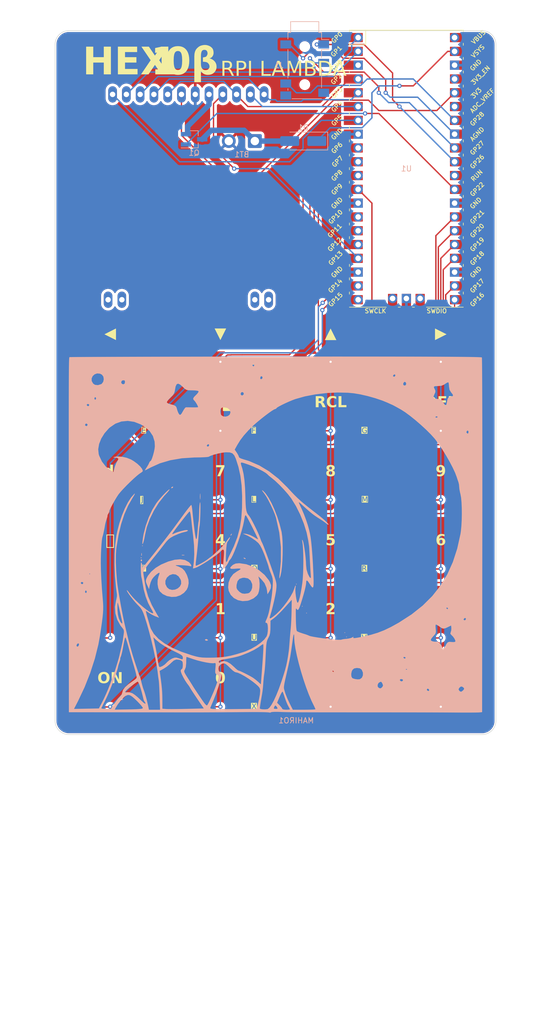
<source format=kicad_pcb>
(kicad_pcb (version 20221018) (generator pcbnew)
  (layers (0 "F.Cu" signal) (31 "B.Cu" signal) (34 "B.Paste" user) (35 "F.Paste" user) (36 "B.SilkS" user "B.Silkscreen") (37 "F.SilkS" user "F.Silkscreen") (38 "B.Mask" user) (39 "F.Mask" user) (44 "Edge.Cuts" user))
  (net 0 "")
  (net 1 "Net-(BT1-+)")
  (net 2 "GND")
  (net 3 "Net-(U1-GPIO0)")
  (net 4 "Net-(U1-GPIO1)")
  (net 6 "Net-(U1-GPIO5)")
  (net 10 "Net-(Q1-G)")
  (net 11 "/mosi")
  (net 12 "/miso")
  (net 14 "Net-(Q1-S)")
  (net 15 "Net-(U1-GPIO26_ADC0)")
  (net 16 "Net-(U1-GPIO27_ADC1)")
  (net 17 "Net-(U1-AGND)")
  (net 19 "+3V3")
  (net 24 "/col1")
  (net 25 "Net-(U1-GPIO16)")
  (net 26 "Net-(U1-GPIO18)")
  (net 27 "Net-(U1-GPIO17)")
  (net 28 "/col2")
  (net 29 "Net-(U1-GPIO20)")
  (net 30 "Net-(U1-GPIO19)")
  (net 31 "/col3")
  (net 32 "/col4")
  (net 33 "Net-(U1-GPIO21)")
  (net 34 "Net-(U1-GPIO28_ADC2)")
  (net 35 "Net-(D1-K)")
  (net 36 "Net-(U1-GPIO14)")
  (net 37 "Net-(U1-GPIO15)")
  (net 38 "/clk")
  (net 41 "Net-(U1-GPIO13)")
  (footprint "Library:tactile_switch_6x6x5" (layer "F.Cu") (at 132.08 129.58)
    (fp_text reference "SW20" hide)
    (fp_text value "SW_Push_45deg")
  )
  (footprint "Library:tactile_switch_6x6x5" (layer "F.Cu") (at 111.76 129.58)
    (fp_text reference "SW14" hide)
    (fp_text value "SW_Push_45deg")
  )
  (footprint "Library:tactile_switch_6x6x5" (layer "F.Cu") (at 132.08 142.28)
    (fp_text reference "SW21" hide)
    (fp_text value "SW_Push_45deg")
  )
  (footprint "Library:LCD_nopost" (layer "F.Cu") (at 85.53 86.51)
    (fp_text reference "U2" hide)
    (fp_text value "~")
  )
  (footprint "Library:tactile_switch_6x6x5" (layer "F.Cu") (at 91.44 180.38)
    (fp_text reference "SW12" hide)
    (fp_text value "SW_Push_45deg")
  )
  (footprint "Library:tactile_switch_6x6x5" (layer "F.Cu") (at 71.12 180.38)
    (fp_text reference "SW6" hide)
    (fp_text value "SW_Push_45deg")
  )
  (footprint "MCU_RaspberryPi_and_Boards:RPi_Pico_SMD_TH" (layer "F.Cu") (at 125.73 81.28)
    (fp_text reference "U1")
    (fp_text value "Pico")
  )
  (footprint "Connector_Wire:SolderWire-0.75sqmm_1x02_P4.8mm_D1.25mm_OD2.3mm" (layer "F.Cu") (at 97.79 76.2 180)
    (fp_text reference "BT1")
    (fp_text value "Battery")
  )
  (footprint "Library:tactile_switch_6x6x5" (layer "F.Cu") (at 71.12 142.28)
    (fp_text reference "SW3" hide)
    (fp_text value "SW_Push_45deg")
  )
  (footprint "Library:tactile_switch_6x6x5" (layer "F.Cu") (at 91.44 129.58)
    (fp_text reference "SW8" hide)
    (fp_text value "SW_Push_45deg")
  )
  (footprint "Library:tactile_switch_6x6x5" (layer "F.Cu") (at 91.44 154.98)
    (fp_text reference "SW10" hide)
    (fp_text value "SW_Push_45deg")
  )
  (footprint "Library:tactile_switch_6x6x5" (layer "F.Cu") (at 132.08 167.68)
    (fp_text reference "SW23" hide)
    (fp_text value "SW_Push_45deg")
  )
  (footprint "Library:tactile_switch_6x6x5" (layer "F.Cu") (at 91.44 167.68)
    (fp_text reference "SW11" hide)
    (fp_text value "SW_Push_45deg")
  )
  (footprint "Library:tactile_switch_6x6x5" (layer "F.Cu") (at 111.76 167.68)
    (fp_text reference "SW17" hide)
    (fp_text value "SW_Push_45deg")
  )
  (footprint "Library:tactile_switch_6x6x5" (layer "F.Cu") (at 71.12 129.58)
    (fp_text reference "SW2" hide)
    (fp_text value "SW_Push_45deg")
  )
  (footprint "Library:tactile_switch_6x6x5" (layer "F.Cu") (at 91.44 116.88)
    (fp_text reference "SW7" hide)
    (fp_text value "SW_Push_45deg")
  )
  (footprint "Library:tactile_switch_6x6x5" (layer "F.Cu") (at 111.76 180.38)
    (fp_text reference "SW18" hide)
    (fp_text value "SW_Push_45deg")
  )
  (footprint "Library:tactile_switch_6x6x5" (layer "F.Cu") (at 132.08 154.98)
    (fp_text reference "SW22" hide)
    (fp_text value "SW_Push_45deg")
  )
  (footprint "Library:tactile_switch_6x6x5" (layer "F.Cu") (at 132.08 180.38)
    (fp_text reference "SW24" hide)
    (fp_text value "SW_Push_45deg")
  )
  (footprint "Library:tactile_switch_6x6x5" (layer "F.Cu") (at 111.76 116.88)
    (fp_text reference "SW13" hide)
    (fp_text value "SW_Push_45deg")
  )
  (footprint "Library:tactile_switch_6x6x5" (layer "F.Cu") (at 91.44 142.28)
    (fp_text reference "SW9" hide)
    (fp_text value "SW_Push_45deg")
  )
  (footprint "Library:tactile_switch_6x6x5" (layer "F.Cu") (at 132.08 116.88)
    (fp_text reference "SW19" hide)
    (fp_text value "SW_Push_45deg")
  )
  (footprint "Library:tactile_switch_6x6x5" (layer "F.Cu") (at 71.12 167.68)
    (fp_text reference "SW5" hide)
    (fp_text value "SW_Push_45deg")
  )
  (footprint "Library:tactile_switch_6x6x5" (layer "F.Cu") (at 71.12 116.88)
    (fp_text reference "SW1" hide)
    (fp_text value "SW_Push_45deg")
  )
  (footprint "Library:tactile_switch_6x6x5" (layer "F.Cu") (at 111.76 154.98)
    (fp_text reference "SW16" hide)
    (fp_text value "SW_Push_45deg")
  )
  (footprint "Library:tactile_switch_6x6x5" (layer "F.Cu") (at 71.12 154.98)
    (fp_text reference "SW4" hide)
    (fp_text value "SW_Push_45deg")
  )
  (footprint "Library:tactile_switch_6x6x5" (layer "F.Cu") (at 111.76 142.28)
    (fp_text reference "SW15" hide)
    (fp_text value "SW_Push_45deg")
  )
  (footprint "Connector_Audio:Jack_3.5mm_PJ311_Horizontal" (layer "B.Cu") (at 106.99 63.11 180)
    (fp_text reference "J1")
    (fp_text value "AudioJack4_SwitchTR1")
  )
  (footprint "Package_TO_SOT_SMD:SOT-23_Handsoldering" (layer "B.Cu") (at 86.59 75.88)
    (fp_text reference "Q1")
    (fp_text value "AO3400")
  )
  (footprint "LOGO" (layer "B.Cu") (at 101.6 148.59 180)
    (fp_text reference "G***" hide)
    (fp_text value "LOGO" hide)
  )
  (footprint "Diode_SMD:D_SMA_Handsoldering" (layer "B.Cu") (at 106.72 76.2 180)
    (fp_text reference "D1")
    (fp_text value "D_Schottky")
  )
  (gr_line (start 63.5 55.88) (end 139.7 55.88) (stroke (width 0.1)) (layer "Edge.Cuts"))
  (gr_arc (start 142.24 182.92) (mid 141.496051 184.716051) (end 139.7 185.46) (stroke (width 0.1)) (layer "Edge.Cuts"))
  (gr_line (start 139.7 185.46) (end 63.5 185.46) (stroke (width 0.1)) (layer "Edge.Cuts"))
  (gr_line (start 142.24 58.42) (end 142.24 182.92) (stroke (width 0.1)) (layer "Edge.Cuts"))
  (gr_line (start 60.96 182.92) (end 60.96 58.42) (stroke (width 0.1)) (layer "Edge.Cuts"))
  (gr_arc (start 139.7 55.88) (mid 141.496051 56.623949) (end 142.24 58.42) (stroke (width 0.1)) (layer "Edge.Cuts"))
  (gr_arc (start 63.5 185.46) (mid 61.703949 184.716051) (end 60.96 182.92) (stroke (width 0.1)) (layer "Edge.Cuts"))
  (gr_arc (start 60.96 58.42) (mid 61.703949 56.623949) (end 63.5 55.88) (stroke (width 0.1)) (layer "Edge.Cuts"))
  (gr_text "MAHIRO1" (at 105.41 182.88) (layer "B.SilkS") (effects (font (size 1 1)) (justify mirror)))
  (gr_text "HEX" (at 66.04 64.77) (layer "F.SilkS") (effects (font (size 5 5) (thickness 1) bold) (justify left bottom)))
  (gr_text "Y" (at 117.475 180.34) (layer "F.SilkS" knockout) (effects (font (size 1 1) (thickness 0.125)) (justify left)))
  (gr_text "T" (at 137.795 154.94) (layer "F.SilkS" knockout) (effects (font (size 1 1) (thickness 0.125)) (justify left)))
  (gr_text "F\n" (at 97.155 129.54) (layer "F.SilkS" knockout) (effects (font (size 1 1) (thickness 0.125)) (justify left)))
  (gr_text "E\n" (at 76.835 129.54) (layer "F.SilkS" knockout) (effects (font (size 1 1) (thickness 0.125)) (justify left)))
  (gr_text "M" (at 117.475 142.24) (layer "F.SilkS" knockout) (effects (font (size 1 1) (thickness 0.125)) (justify left)))
  (gr_text "◀" (at 71.12 112.84) (layer "F.SilkS") (effects (font (size 2 2) (thickness 0.4) bold) (justify bottom)))
  (gr_text "J" (at 76.835 142.24) (layer "F.SilkS" knockout) (effects (font (size 1 1) (thickness 0.125)) (justify left)))
  (gr_text "8" (at 111.76 138.24) (layer "F.SilkS") (effects (font (size 2 2) (thickness 0.4) bold) (justify bottom)))
  (gr_text "redux" (at 71.12 138.24) (layer "F.SilkS") (effects (font (size 2 2) (thickness 0.4) bold) (justify bottom)))
  (gr_text "ON\n" (at 71.12 176.34) (layer "F.SilkS") (effects (font (size 2 2) (thickness 0.4) bold) (justify bottom)))
  (gr_text "1" (at 91.44 163.64) (layer "F.SilkS") (effects (font (size 2 2) (thickness 0.4) bold) (justify bottom)))
  (gr_text "𝛌" (at 71.12 150.94) (layer "F.SilkS") (effects (font (size 2 2) (thickness 0.4) bold) (justify bottom)))
  (gr_text "H" (at 137.795 129.54) (layer "F.SilkS" knockout) (effects (font (size 1 1) (thickness 0.125)) (justify left)))
  (gr_text "DEL" (at 132.08 125.54) (layer "F.SilkS") (effects (font (size 2 2) (thickness 0.4) bold) (justify bottom)))
  (gr_text " 0β" (at 78.74 64.77) (layer "F.SilkS") (effects (font (size 5 5) (thickness 1) bold italic) (justify left bottom)))
  (gr_text "2\n" (at 111.76 163.64) (layer "F.SilkS") (effects (font (size 2 2) (thickness 0.4) bold) (justify bottom)))
  (gr_text "beta" (at 132.08 176.34) (layer "F.SilkS") (effects (font (size 2 2) (thickness 0.4) bold) (justify bottom)))
  (gr_text "L" (at 97.155 142.24) (layer "F.SilkS" knockout) (effects (font (size 1 1) (thickness 0.125)) (justify left)))
  (gr_text "R" (at 117.475 154.94) (layer "F.SilkS" knockout) (effects (font (size 1 1) (thickness 0.125)) (justify left)))
  (gr_text "N" (at 137.795 142.24) (layer "F.SilkS" knockout) (effects (font (size 1 1) (thickness 0.125)) (justify left)))
  (gr_text "RCL\n" (at 111.76 125.54) (layer "F.SilkS") (effects (font (size 2 2) (thickness 0.4) bold) (justify bottom)))
  (gr_text "B" (at 97.155 116.84) (layer "F.SilkS" knockout) (effects (font (size 1 1) (thickness 0.125)) (justify left)))
  (gr_text "0" (at 91.44 176.34) (layer "F.SilkS") (effects (font (size 2 2) (thickness 0.4) bold) (justify bottom)))
  (gr_text "C\n" (at 117.475 116.84) (layer "F.SilkS" knockout) (effects (font (size 1 1) (thickness 0.125)) (justify left)))
  (gr_text "W" (at 137.795 167.64) (layer "F.SilkS" knockout) (effects (font (size 1 1) (thickness 0.125)) (justify left)))
  (gr_text "V" (at 117.475 167.64) (layer "F.SilkS" knockout) (effects (font (size 1 1) (thickness 0.125)) (justify left)))
  (gr_text "▶" (at 132.08 112.84) (layer "F.SilkS") (effects (font (size 2 2) (thickness 0.4) bold) (justify bottom)))
  (gr_text "R/S" (at 71.12 125.73) (layer "F.SilkS") (effects (font (size 2 2) (thickness 0.4) bold) (justify bottom)))
  (gr_text "▼" (at 91.44 112.84) (layer "F.SilkS") (effects (font (size 2 2) (thickness 0.4) bold) (justify bottom)))
  (gr_text "4" (at 91.44 150.94) (layer "F.SilkS") (effects (font (size 2 2) (thickness 0.4) bold) (justify bottom)))
  (gr_text "Q" (at 97.155 154.94) (layer "F.SilkS" knockout) (effects (font (size 1 1) (thickness 0.125)) (justify left)))
  (gr_text "6" (at 132.08 150.94) (layer "F.SilkS") (effects (font (size 2 2) (thickness 0.4) bold) (justify bottom)))
  (gr_text "X" (at 97.155 180.34) (layer "F.SilkS" knockout) (effects (font (size 1 1) (thickness 0.125)) (justify left)))
  (gr_text "P" (at 76.835 154.94) (layer "F.SilkS" knockout) (effects (font (size 1 1) (thickness 0.125)) (justify left)))
  (gr_text "▲" (at 111.76 112.84) (layer "F.SilkS") (effects (font (size 2 2) (thickness 0.4) bold) (justify bottom)))
  (gr_text "3" (at 132.08 163.64) (layer "F.SilkS") (effects (font (size 2 2) (thickness 0.4) bold) (justify bottom)))
  (gr_text "RPI LAMBDA" (at 91.44 64.643) (layer "F.SilkS") (effects (font (size 2.7 2.7) (thickness 0.3125) italic) (justify left bottom)))
  (gr_text "1" (at 78.613 64.77) (layer "F.SilkS") (effects (font (size 5 5) (thickness 1) bold italic) (justify left bottom)))
  (gr_text "➓" (at 111.76 176.34) (layer "F.SilkS") (effects (font (size 2 2) (thickness 0.4) bold) (justify bottom)))
  (gr_text "5" (at 111.76 150.94) (layer "F.SilkS") (effects (font (size 2 2) (thickness 0.4) bold) (justify bottom)))
  (gr_text "U" (at 97.155 167.64) (layer "F.SilkS" knockout) (effects (font (size 1 1) (thickness 0.125)) (justify left)))
  (gr_text "(▒ █)" (at 91.44 125.54) (layer "F.SilkS") (effects (font (size 2 2) (thickness 0.4) bold) (justify bottom)))
  (gr_text "9" (at 132.08 138.24) (layer "F.SilkS") (effects (font (size 2 2) (thickness 0.4) bold) (justify bottom)))
  (gr_text "Z" (at 137.795 180.34) (layer "F.SilkS" knockout) (effects (font (size 1 1) (thickness 0.125)) (justify left)))
  (gr_text "7" (at 91.44 138.24) (layer "F.SilkS") (effects (font (size 2 2) (thickness 0.4) bold) (justify bottom)))
  (gr_text "G" (at 117.475 129.54) (layer "F.SilkS" knockout) (effects (font (size 1 1) (thickness 0.125)) (justify left)))
  (gr_text "A" (at 76.835 116.84) (layer "F.SilkS" knockout) (effects (font (size 1 1) (thickness 0.125)) (justify left)))
  (gr_text "D\n" (at 137.795 116.84) (layer "F.SilkS" knockout) (effects (font (size 1 1) (thickness 0.125)) (justify left)))
  (segment (start 95.8118 74.2218) (end 97.79 76.2) (width 1) (layer "B.Cu") (net 1))
  (segment (start 88.09 75.88) (end 89.7482 74.2218) (width 1) (layer "B.Cu") (net 1))
  (segment (start 89.7482 74.2218) (end 95.8118 74.2218) (width 1) (layer "B.Cu") (net 1))
  (segment (start 97.79 76.2) (end 104.22 76.2) (width 1) (layer "B.Cu") (net 1))
  (segment (start 74.1 67.61) (end 78.21 63.5) (width 0.25) (layer "B.Cu") (net 3))
  (segment (start 115.6618 59.5982) (end 115.6618 58.3282) (width 0.25) (layer "B.Cu") (net 3))
  (segment (start 115.6618 58.3282) (end 116.84 57.15) (width 0.25) (layer "B.Cu") (net 3))
  (segment (start 78.21 63.5) (end 111.76 63.5) (width 0.25) (layer "B.Cu") (net 3))
  (segment (start 111.76 63.5) (end 115.6618 59.5982) (width 0.25) (layer "B.Cu") (net 3))
  (segment (start 76.64 67.61) (end 79.9332 64.3168) (width 0.25) (layer "B.Cu") (net 4))
  (segment (start 79.9332 64.3168) (end 112.2132 64.3168) (width 0.25) (layer "B.Cu") (net 4))
  (segment (start 112.2132 64.3168) (end 116.84 59.69) (width 0.25) (layer "B.Cu") (net 4))
  (segment (start 110.062302 72.39) (end 116.84 72.39) (width 0.25) (layer "B.Cu") (net 6))
  (segment (start 83.96 80.01) (end 104.221298 80.01) (width 0.25) (layer "B.Cu") (net 6))
  (segment (start 106.68 77.551298) (end 106.68 75.772302) (width 0.25) (layer "B.Cu") (net 6))
  (segment (start 106.68 75.772302) (end 110.062302 72.39) (width 0.25) (layer "B.Cu") (net 6))
  (segment (start 71.56 67.61) (end 83.96 80.01) (width 0.25) (layer "B.Cu") (net 6))
  (segment (start 104.221298 80.01) (end 106.68 77.551298) (width 0.25) (layer "B.Cu") (net 6))
  (segment (start 120.650136 71.120136) (end 134.62 85.09) (width 0.25) (layer "F.Cu") (net 10))
  (segment (start 118.122393 71.120136) (end 120.650136 71.120136) (width 0.25) (layer "F.Cu") (net 10))
  (via (at 118.122393 71.120136) (size 0.8) (drill 0.4) (layers "F.Cu" "B.Cu") (net 10))
  (segment (start 90.8 71.12) (end 85.09 76.83) (width 0.25) (layer "B.Cu") (net 10))
  (segment (start 118.122393 71.120136) (end 118.122257 71.12) (width 0.25) (layer "B.Cu") (net 10))
  (segment (start 118.122257 71.12) (end 90.8 71.12) (width 0.25) (layer "B.Cu") (net 10))
  (segment (start 82.02 64.77) (end 96.66 64.77) (width 0.25) (layer "B.Cu") (net 11))
  (segment (start 101.6 68.58) (end 101.9082 68.8882) (width 0.25) (layer "B.Cu") (net 11))
  (segment (start 115.57 68.58) (end 116.84 67.31) (width 0.25) (layer "B.Cu") (net 11))
  (segment (start 99.5 67.61) (end 100.47 68.58) (width 0.25) (layer "B.Cu") (net 11))
  (segment (start 100.47 68.58) (end 101.6 68.58) (width 0.25) (layer "B.Cu") (net 11))
  (segment (start 106.68 68.58) (end 115.57 68.58) (width 0.25) (layer "B.Cu") (net 11))
  (segment (start 106.3718 68.8882) (end 106.68 68.58) (width 0.25) (layer "B.Cu") (net 11))
  (segment (start 101.9082 68.8882) (end 106.3718 68.8882) (width 0.25) (layer "B.Cu") (net 11))
  (segment (start 96.66 64.77) (end 99.5 67.61) (width 0.25) (layer "B.Cu") (net 11))
  (segment (start 79.18 67.61) (end 82.02 64.77) (width 0.25) (layer "B.Cu") (net 11))
  (segment (start 99.2 69.85) (end 116.84 69.85) (width 0.25) (layer "B.Cu") (net 12))
  (segment (start 96.96 67.61) (end 99.2 69.85) (width 0.25) (layer "B.Cu") (net 12))
  (segment (start 89.34 69.534) (end 89.34 68.4382) (width 1) (layer "B.Cu") (net 14))
  (segment (start 85.409 73.465) (end 89.34 69.534) (width 1) (layer "B.Cu") (net 14))
  (segment (start 85.409 74.88) (end 85.409 73.465) (width 1) (layer "B.Cu") (net 14))
  (segment (start 123.19 68.58) (end 123.19 63.6836) (width 0.25) (layer "F.Cu") (net 15))
  (segment (start 123.19 63.6836) (end 117.9264 58.42) (width 0.25) (layer "F.Cu") (net 15))
  (segment (start 124.46 69.85) (end 123.19 68.58) (width 0.25) (layer "F.Cu") (net 15))
  (segment (start 117.9264 58.42) (end 109.22 58.42) (width 0.25) (layer "F.Cu") (net 15))
  (via (at 109.22 58.42) (size 0.8) (drill 0.4) (layers "F.Cu" "B.Cu") (net 15))
  (via (at 124.46 69.85) (size 0.8) (drill 0.4) (layers "F.Cu" "B.Cu") (net 15))
  (segment (start 109.23 58.41) (end 109.22 58.42) (width 0.25) (layer "B.Cu") (net 15))
  (segment (start 110.49 58.41) (end 109.23 58.41) (width 0.25) (layer "B.Cu") (net 15))
  (segment (start 124.46 69.85) (end 134.62 80.01) (width 0.25) (layer "B.Cu") (net 15))
  (segment (start 110.49 63.5) (end 107.95 60.96) (width 0.25) (layer "F.Cu") (net 16))
  (segment (start 117.9264 63.5) (end 110.49 63.5) (width 0.25) (layer "F.Cu") (net 16))
  (segment (start 120.65 67.31) (end 120.65 66.2236) (width 0.25) (layer "F.Cu") (net 16))
  (segment (start 120.65 66.2236) (end 117.9264 63.5) (width 0.25) (layer "F.Cu") (net 16))
  (via (at 107.95 60.96) (size 0.8) (drill 0.4) (layers "F.Cu" "B.Cu") (net 16))
  (via (at 120.65 67.31) (size 0.8) (drill 0.4) (layers "F.Cu" "B.Cu") (net 16))
  (segment (start 120.65 67.31) (end 122.4618 69.1218) (width 0.25) (layer "B.Cu") (net 16))
  (segment (start 126.2718 69.1218) (end 134.62 77.47) (width 0.25) (layer "B.Cu") (net 16))
  (segment (start 110.49 61.81) (end 108.8 61.81) (width 0.25) (layer "B.Cu") (net 16))
  (segment (start 108.8 61.81) (end 107.95 60.96) (width 0.25) (layer "B.Cu") (net 16))
  (segment (start 122.4618 69.1218) (end 126.2718 69.1218) (width 0.25) (layer "B.Cu") (net 16))
  (segment (start 121.92 67.31) (end 121.92 64.9536) (width 0.25) (layer "F.Cu") (net 17))
  (segment (start 107.705 59.935) (end 106.68 60.96) (width 0.25) (layer "F.Cu") (net 17))
  (segment (start 117.9264 60.96) (end 114.055 60.96) (width 0.25) (layer "F.Cu") (net 17))
  (segment (start 114.055 60.96) (end 113.03 59.935) (width 0.25) (layer "F.Cu") (net 17))
  (segment (start 113.03 59.935) (end 107.705 59.935) (width 0.25) (layer "F.Cu") (net 17))
  (segment (start 121.92 64.9536) (end 117.9264 60.96) (width 0.25) (layer "F.Cu") (net 17))
  (via (at 106.68 60.96) (size 0.8) (drill 0.4) (layers "F.Cu" "B.Cu") (net 17))
  (via (at 121.92 67.31) (size 0.8) (drill 0.4) (layers "F.Cu" "B.Cu") (net 17))
  (segment (start 106.68 60.96) (end 104.13 58.41) (width 0.25) (layer "B.Cu") (net 17))
  (segment (start 121.92 67.31) (end 122.7368 68.1268) (width 0.25) (layer "B.Cu") (net 17))
  (segment (start 127.8168 68.1268) (end 134.62 74.93) (width 0.25) (layer "B.Cu") (net 17))
  (segment (start 122.7368 68.1268) (end 127.8168 68.1268) (width 0.25) (layer "B.Cu") (net 17))
  (segment (start 118.745 68.6718) (end 112.3032 68.6718) (width 0.25) (layer "F.Cu") (net 19))
  (segment (start 112.3032 68.6718) (end 97.79 83.185) (width 0.25) (layer "F.Cu") (net 19))
  (segment (start 92.315169 83.185) (end 84.26 75.129831) (width 0.25) (layer "F.Cu") (net 19))
  (segment (start 120.6514 70.5782) (end 118.745 68.6718) (width 0.25) (layer "F.Cu") (net 19))
  (segment (start 97.79 83.185) (end 92.315169 83.185) (width 0.25) (layer "F.Cu") (net 19))
  (segment (start 134.62 67.31) (end 131.3518 70.5782) (width 0.25) (layer "F.Cu") (net 19))
  (segment (start 131.3518 70.5782) (end 120.6514 70.5782) (width 0.25) (layer "F.Cu") (net 19))
  (segment (start 84.26 75.129831) (end 84.26 67.61) (width 0.25) (layer "F.Cu") (net 19))
  (segment (start 68.12 142.28) (end 68.12 129.58) (width 0.25) (layer "F.Cu") (net 24))
  (segment (start 68.12 129.58) (end 68.12 116.88) (width 0.25) (layer "F.Cu") (net 24))
  (segment (start 103.895516 114.3) (end 106.68 111.515516) (width 0.25) (layer "F.Cu") (net 24))
  (segment (start 68.12 154.98) (end 68.12 142.28) (width 0.25) (layer "F.Cu") (net 24))
  (segment (start 70.7 114.3) (end 103.895516 114.3) (width 0.25) (layer "F.Cu") (net 24))
  (segment (start 106.68 111.515516) (end 106.68 86.0136) (width 0.25) (layer "F.Cu") (net 24))
  (segment (start 68.12 116.88) (end 70.7 114.3) (width 0.25) (layer "F.Cu") (net 24))
  (segment (start 106.68 86.0136) (end 115.2236 77.47) (width 0.25) (layer "F.Cu") (net 24))
  (segment (start 132.58 182.88) (end 117.26 182.88) (width 0.25) (layer "F.Cu") (net 25))
  (segment (start 134.62 107.938156) (end 134.62 105.41) (width 0.25) (layer "F.Cu") (net 25))
  (segment (start 117.26 182.88) (end 114.76 180.38) (width 0.25) (layer "F.Cu") (net 25))
  (segment (start 135.08 180.38) (end 132.58 182.88) (width 0.25) (layer "F.Cu") (net 25))
  (segment (start 139.7 175.76) (end 139.7 113.018156) (width 0.25) (layer "F.Cu") (net 25))
  (segment (start 139.7 113.018156) (end 134.62 107.938156) (width 0.25) (layer "F.Cu") (net 25))
  (segment (start 135.08 180.38) (end 139.7 175.76) (width 0.25) (layer "F.Cu") (net 25))
  (segment (start 114.76 180.38) (end 112.26 182.88) (width 0.25) (layer "F.Cu") (net 25))
  (segment (start 96.94 182.88) (end 94.44 180.38) (width 0.25) (layer "F.Cu") (net 25))
  (segment (start 112.26 182.88) (end 96.94 182.88) (width 0.25) (layer "F.Cu") (net 25))
  (segment (start 94.44 154.98) (end 91.94 157.48) (width 0.25) (layer "F.Cu") (net 26))
  (segment (start 138.7936 113.3936) (end 132.5332 107.1332) (width 0.25) (layer "F.Cu") (net 26))
  (segment (start 138.7936 151.2664) (end 138.7936 113.3936) (width 0.25) (layer "F.Cu") (net 26))
  (segment (start 132.5332 99.8768) (end 134.62 97.79) (width 0.25) (layer "F.Cu") (net 26))
  (segment (start 132.58 157.48) (end 117.26 157.48) (width 0.25) (layer "F.Cu") (net 26))
  (segment (start 76.62 157.48) (end 74.12 154.98) (width 0.25) (layer "F.Cu") (net 26))
  (segment (start 132.5332 107.1332) (end 132.5332 99.8768) (width 0.25) (layer "F.Cu") (net 26))
  (segment (start 117.26 157.48) (end 114.76 154.98) (width 0.25) (layer "F.Cu") (net 26))
  (segment (start 96.52 157.48) (end 112.26 157.48) (width 0.25) (layer "F.Cu") (net 26))
  (segment (start 135.08 154.98) (end 132.58 157.48) (width 0.25) (layer "F.Cu") (net 26))
  (segment (start 112.26 157.48) (end 114.76 154.98) (width 0.25) (layer "F.Cu") (net 26))
  (segment (start 135.08 154.98) (end 138.7936 151.2664) (width 0.25) (layer "F.Cu") (net 26))
  (segment (start 91.94 157.48) (end 76.62 157.48) (width 0.25) (layer "F.Cu") (net 26))
  (segment (start 94.44 155.4) (end 96.52 157.48) (width 0.25) (layer "F.Cu") (net 26))
  (segment (start 114.76 168.1) (end 116.84 170.18) (width 0.25) (layer "F.Cu") (net 27))
  (segment (start 132.9864 104.5036) (end 132.9864 106.945478) (width 0.25) (layer "F.Cu") (net 27))
  (segment (start 132.58 170.18) (end 135.08 167.68) (width 0.25) (layer "F.Cu") (net 27))
  (segment (start 96.94 170.18) (end 112.26 170.18) (width 0.25) (layer "F.Cu") (net 27))
  (segment (start 134.62 102.87) (end 132.9864 104.5036) (width 0.25) (layer "F.Cu") (net 27))
  (segment (start 112.26 170.18) (end 114.76 167.68) (width 0.25) (layer "F.Cu") (net 27))
  (segment (start 139.2468 163.5132) (end 135.08 167.68) (width 0.25) (layer "F.Cu") (net 27))
  (segment (start 139.2468 113.205878) (end 139.2468 163.5132) (width 0.25) (layer "F.Cu") (net 27))
  (segment (start 132.9864 106.945478) (end 139.2468 113.205878) (width 0.25) (layer "F.Cu") (net 27))
  (segment (start 94.44 167.68) (end 96.94 170.18) (width 0.25) (layer "F.Cu") (net 27))
  (segment (start 116.84 170.18) (end 132.58 170.18) (width 0.25) (layer "F.Cu") (net 27))
  (segment (start 91.44 116.84) (end 88.48 116.84) (width 0.25) (layer "F.Cu") (net 28))
  (segment (start 91.44 180.34) (end 88.48 180.34) (width 0.25) (layer "F.Cu") (net 28))
  (segment (start 95.458788 115.5518) (end 95.461459 115.549129) (width 0.25) (layer "F.Cu") (net 28))
  (segment (start 93.403012 115.57) (end 93.421212 115.5518) (width 0.25) (layer "F.Cu") (net 28))
  (segment (start 107.95 111.76) (end 107.95 86.36) (width 0.25) (layer "F.Cu") (net 28))
  (segment (start 91.44 154.94) (end 88.48 154.94) (width 0.25) (layer "F.Cu") (net 28))
  (segment (start 107.95 86.36) (end 114.3 80.01) (width 0.25) (layer "F.Cu") (net 28))
  (segment (start 93.421212 115.5518) (end 95.458788 115.5518) (width 0.25) (layer "F.Cu") (net 28))
  (segment (start 114.3 80.01) (end 116.84 80.01) (width 0.25) (layer "F.Cu") (net 28))
  (segment (start 91.44 129.54) (end 88.48 129.54) (width 0.25) (layer "F.Cu") (net 28))
  (segment (start 91.44 116.84) (end 92.71 115.57) (width 0.25) (layer "F.Cu") (net 28))
  (segment (start 95.461459 115.549129) (end 104.160871 115.549129) (width 0.25) (layer "F.Cu") (net 28))
  (segment (start 91.44 167.64) (end 88.48 167.64) (width 0.25) (layer "F.Cu") (net 28))
  (segment (start 91.44 142.24) (end 88.48 142.24) (width 0.25) (layer "F.Cu") (net 28))
  (segment (start 92.71 115.57) (end 93.403012 115.57) (width 0.25) (layer "F.Cu") (net 28))
  (segment (start 104.160871 115.549129) (end 107.95 111.76) (width 0.25) (layer "F.Cu") (net 28))
  (via (at 91.44 167.64) (size 0.8) (drill 0.4) (layers "F.Cu" "B.Cu") (net 28))
  (via (at 91.44 116.84) (size 0.8) (drill 0.4) (layers "F.Cu" "B.Cu") (net 28))
  (via (at 91.44 180.34) (size 0.8) (drill 0.4) (layers "F.Cu" "B.Cu") (net 28))
  (via (at 91.44 129.54) (size 0.8) (drill 0.4) (layers "F.Cu" "B.Cu") (net 28))
  (via (at 91.44 154.94) (size 0.8) (drill 0.4) (layers "F.Cu" "B.Cu") (net 28))
  (via (at 91.44 142.24) (size 0.8) (drill 0.4) (layers "F.Cu" "B.Cu") (net 28))
  (segment (start 91.44 154.94) (end 91.44 167.64) (width 0.25) (layer "B.Cu") (net 28))
  (segment (start 91.44 142.24) (end 91.44 154.94) (width 0.25) (layer "B.Cu") (net 28))
  (segment (start 91.44 129.54) (end 91.44 142.24) (width 0.25) (layer "B.Cu") (net 28))
  (segment (start 91.44 167.64) (end 91.44 180.34) (width 0.25) (layer "B.Cu") (net 28))
  (segment (start 91.44 116.84) (end 91.44 129.54) (width 0.25) (layer "B.Cu") (net 28))
  (segment (start 112.26 132.08) (end 96.94 132.08) (width 0.25) (layer "F.Cu") (net 29))
  (segment (start 137.8872 113.769044) (end 131.6268 107.508644) (width 0.25) (layer "F.Cu") (net 29))
  (segment (start 114.76 129.58) (end 112.26 132.08) (width 0.25) (layer "F.Cu") (net 29))
  (segment (start 94.44 129.58) (end 91.94 132.08) (width 0.25) (layer "F.Cu") (net 29))
  (segment (start 135.08 129.58) (end 137.8872 126.7728) (width 0.25) (layer "F.Cu") (net 29))
  (segment (start 135.08 129.58) (end 132.58 132.08) (width 0.25) (layer "F.Cu") (net 29))
  (segment (start 117.26 132.08) (end 114.76 129.58) (width 0.25) (layer "F.Cu") (net 29))
  (segment (start 131.6268 95.7032) (end 134.62 92.71) (width 0.25) (layer "F.Cu") (net 29))
  (segment (start 76.62 132.08) (end 74.12 129.58) (width 0.25) (layer "F.Cu") (net 29))
  (segment (start 131.6268 107.508644) (end 131.6268 95.7032) (width 0.25) (layer "F.Cu") (net 29))
  (segment (start 137.8872 126.7728) (end 137.8872 113.769044) (width 0.25) (layer "F.Cu") (net 29))
  (segment (start 96.94 132.08) (end 94.44 129.58) (width 0.25) (layer "F.Cu") (net 29))
  (segment (start 91.94 132.08) (end 76.62 132.08) (width 0.25) (layer "F.Cu") (net 29))
  (segment (start 132.58 132.08) (end 117.26 132.08) (width 0.25) (layer "F.Cu") (net 29))
  (segment (start 138.3404 139.0196) (end 138.3404 113.581322) (width 0.25) (layer "F.Cu") (net 30))
  (segment (start 132.08 97.79) (end 134.62 95.25) (width 0.25) (layer "F.Cu") (net 30))
  (segment (start 138.3404 113.581322) (end 132.08 107.320922) (width 0.25) (layer "F.Cu") (net 30))
  (segment (start 135.08 142.28) (end 138.3404 139.0196) (width 0.25) (layer "F.Cu") (net 30))
  (segment (start 96.94 144.78) (end 94.44 142.28) (width 0.25) (layer "F.Cu") (net 30))
  (segment (start 74.12 142.7) (end 76.2 144.78) (width 0.25) (layer "F.Cu") (net 30))
  (segment (start 112.26 144.78) (end 96.94 144.78) (width 0.25) (layer "F.Cu") (net 30))
  (segment (start 114.76 142.7) (end 116.84 144.78) (width 0.25) (layer "F.Cu") (net 30))
  (segment (start 114.76 142.28) (end 112.26 144.78) (width 0.25) (layer "F.Cu") (net 30))
  (segment (start 132.58 144.78) (end 135.08 142.28) (width 0.25) (layer "F.Cu") (net 30))
  (segment (start 132.08 107.320922) (end 132.08 97.79) (width 0.25) (layer "F.Cu") (net 30))
  (segment (start 91.94 144.78) (end 94.44 142.28) (width 0.25) (layer "F.Cu") (net 30))
  (segment (start 76.2 144.78) (end 91.94 144.78) (width 0.25) (layer "F.Cu") (net 30))
  (segment (start 116.84 144.78) (end 132.58 144.78) (width 0.25) (layer "F.Cu") (net 30))
  (segment (start 113.5784 82.55) (end 116.84 82.55) (width 0.25) (layer "F.Cu") (net 31))
  (segment (start 111.76 129.54) (end 108.8 129.54) (width 0.25) (layer "F.Cu") (net 31))
  (segment (start 111.76 116.84) (end 109.5078 114.5878) (width 0.25) (layer "F.Cu") (net 31))
  (segment (start 109.5078 86.6206) (end 113.5784 82.55) (width 0.25) (layer "F.Cu") (net 31))
  (segment (start 111.76 116.84) (end 108.8 116.84) (width 0.25) (layer "F.Cu") (net 31))
  (segment (start 111.76 167.64) (end 108.8 167.64) (width 0.25) (layer "F.Cu") (net 31))
  (segment (start 108.76 142.28) (end 111.72 142.28) (width 0.25) (layer "F.Cu") (net 31))
  (segment (start 109.5078 114.5878) (end 109.5078 86.6206) (width 0.25) (layer "F.Cu") (net 31))
  (segment (start 111.76 154.94) (end 108.8 154.94) (width 0.25) (layer "F.Cu") (net 31))
  (segment (start 111.76 180.34) (end 108.8 180.34) (width 0.25) (layer "F.Cu") (net 31))
  (segment (start 111.72 142.28) (end 111.76 142.24) (width 0.25) (layer "F.Cu") (net 31))
  (via (at 111.76 116.84) (size 0.8) (drill 0.4) (layers "F.Cu" "B.Cu") (net 31))
  (via (at 111.76 154.94) (size 0.8) (drill 0.4) (layers "F.Cu" "B.Cu") (net 31))
  (via (at 111.76 180.34) (size 0.8) (drill 0.4) (layers "F.Cu" "B.Cu") (net 31))
  (via (at 111.76 142.24) (size 0.8) (drill 0.4) (layers "F.Cu" "B.Cu") (net 31))
  (via (at 111.76 129.54) (size 0.8) (drill 0.4) (layers "F.Cu" "B.Cu") (net 31))
  (via (at 111.76 167.64) (size 0.8) (drill 0.4) (layers "F.Cu" "B.Cu") (net 31))
  (segment (start 111.76 167.64) (end 111.76 180.34) (width 0.25) (layer "B.Cu") (net 31))
  (segment (start 111.76 129.54) (end 111.76 142.24) (width 0.25) (layer "B.Cu") (net 31))
  (segment (start 111.76 142.24) (end 111.76 154.94) (width 0.25) (layer "B.Cu") (net 31))
  (segment (start 111.76 116.84) (end 111.76 129.54) (width 0.25) (layer "B.Cu") (net 31))
  (segment (start 111.76 154.94) (end 111.76 167.64) (width 0.25) (layer "B.Cu") (net 31))
  (segment (start 132.04 154.98) (end 129.08 154.98) (width 0.25) (layer "F.Cu") (net 32))
  (segment (start 129.08 116.88) (end 119.38 107.18) (width 0.25) (layer "F.Cu") (net 32))
  (segment (start 132.08 167.64) (end 132.04 167.68) (width 0.25) (layer "F.Cu") (net 32))
  (segment (start 132.04 180.38) (end 129.08 180.38) (width 0.25) (layer "F.Cu") (net 32))
  (segment (start 119.38 87.63) (end 116.84 85.09) (width 0.25) (layer "F.Cu") (net 32))
  (segment (start 132.08 154.94) (end 132.04 154.98) (width 0.25) (layer "F.Cu") (net 32))
  (segment (start 132.08 129.54) (end 132.04 129.58) (width 0.25) (layer "F.Cu") (net 32))
  (segment (start 132.04 142.28) (end 129.08 142.28) (width 0.25) (layer "F.Cu") (net 32))
  (segment (start 132.08 116.84) (end 132.04 116.88) (width 0.25) (layer "F.Cu") (net 32))
  (segment (start 132.04 167.68) (end 129.08 167.68) (width 0.25) (layer "F.Cu") (net 32))
  (segment (start 132.08 142.24) (end 132.04 142.28) (width 0.25) (layer "F.Cu") (net 32))
  (segment (start 132.04 116.88) (end 129.08 116.88) (width 0.25) (layer "F.Cu") (net 32))
  (segment (start 119.38 107.18) (end 119.38 87.63) (width 0.25) (layer "F.Cu") (net 32))
  (segment (start 132.08 180.34) (end 132.04 180.38) (width 0.25) (layer "F.Cu") (net 32))
  (segment (start 132.04 129.58) (end 129.08 129.58) (width 0.25) (layer "F.Cu") (net 32))
  (via (at 132.08 154.94) (size 0.8) (drill 0.4) (layers "F.Cu" "B.Cu") (net 32))
  (via (at 132.08 142.24) (size 0.8) (drill 0.4) (layers "F.Cu" "B.Cu") (net 32))
  (via (at 132.08 180.34) (size 0.8) (drill 0.4) (layers "F.Cu" "B.Cu") (net 32))
  (via (at 132.08 167.64) (size 0.8) (drill 0.4) (layers "F.Cu" "B.Cu") (net 32))
  (via (at 132.08 116.84) (size 0.8) (drill 0.4) (layers "F.Cu" "B.Cu") (net 32))
  (via (at 132.08 129.54) (size 0.8) (drill 0.4) (layers "F.Cu" "B.Cu") (net 32))
  (segment (start 132.08 129.54) (end 132.08 116.84) (width 0.25) (layer "B.Cu") (net 32))
  (segment (start 132.08 142.24) (end 132.08 129.54) (width 0.25) (layer "B.Cu") (net 32))
  (segment (start 132.08 167.64) (end 132.08 154.94) (width 0.25) (layer "B.Cu") (net 32))
  (segment (start 132.08 180.34) (end 132.08 167.64) (width 0.25) (layer "B.Cu") (net 32))
  (segment (start 132.08 154.94) (end 132.08 142.24) (width 0.25) (layer "B.Cu") (net 32))
  (segment (start 135.08 111.602766) (end 131.1736 107.696366) (width 0.25) (layer "F.Cu") (net 33))
  (segment (start 112.26 119.38) (end 114.76 116.88) (width 0.25) (layer "F.Cu") (net 33))
  (segment (start 96.52 119.38) (end 112.26 119.38) (width 0.25) (layer "F.Cu") (net 33))
  (segment (start 135.08 116.88) (end 135.08 111.602766) (width 0.25) (layer "F.Cu") (net 33))
  (segment (start 132.58 119.38) (end 135.08 116.88) (width 0.25) (layer "F.Cu") (net 33))
  (segment (start 131.1736 107.696366) (end 131.1736 93.6164) (width 0.25) (layer "F.Cu") (net 33))
  (segment (start 116.84 119.38) (end 132.58 119.38) (width 0.25) (layer "F.Cu") (net 33))
  (segment (start 74.12 116.88) (end 76.62 119.38) (width 0.25) (layer "F.Cu") (net 33))
  (segment (start 114.76 117.3) (end 116.84 119.38) (width 0.25) (layer "F.Cu") (net 33))
  (segment (start 131.1736 93.6164) (end 134.62 90.17) (width 0.25) (layer "F.Cu") (net 33))
  (segment (start 91.94 119.38) (end 94.44 116.88) (width 0.25) (layer "F.Cu") (net 33))
  (segment (start 94.44 117.3) (end 96.52 119.38) (width 0.25) (layer "F.Cu") (net 33))
  (segment (start 76.62 119.38) (end 91.94 119.38) (width 0.25) (layer "F.Cu") (net 33))
  (segment (start 113.1218 65.9482) (end 117.328027 65.9482) (width 0.25) (layer "B.Cu") (net 34))
  (segment (start 117.328027 65.9482) (end 118.506227 64.77) (width 0.25) (layer "B.Cu") (net 34))
  (segment (start 127 64.77) (end 134.62 72.39) (width 0.25) (layer "B.Cu") (net 34))
  (segment (start 105.44 67.31) (end 108.0836 67.31) (width 0.25) (layer "B.Cu") (net 34))
  (segment (start 118.506227 64.77) (end 127 64.77) (width 0.25) (layer "B.Cu") (net 34))
  (segment (start 108.0836 67.31) (end 109.3536 66.04) (width 0.25) (layer "B.Cu") (net 34))
  (segment (start 109.3536 66.04) (end 113.03 66.04) (width 0.25) (layer "B.Cu") (net 34))
  (segment (start 103.74 65.61) (end 105.44 67.31) (width 0.25) (layer "B.Cu") (net 34))
  (segment (start 113.03 66.04) (end 113.1218 65.9482) (width 0.25) (layer "B.Cu") (net 34))
  (segment (start 133.35 59.69) (end 134.62 59.69) (width 0.25) (layer "F.Cu") (net 35))
  (segment (start 124.46 66.04) (end 127 66.04) (width 0.25) (layer "F.Cu") (net 35))
  (segment (start 127 66.04) (end 133.35 59.69) (width 0.25) (layer "F.Cu") (net 35))
  (via (at 124.46 66.04) (size 0.8) (drill 0.4) (layers "F.Cu" "B.Cu") (net 35))
  (segment (start 124.46 66.04) (end 120.65 66.04) (width 0.25) (layer "B.Cu") (net 35))
  (segment (start 119.38 71.935478) (end 117.563678 73.7518) (width 0.25) (layer "B.Cu") (net 35))
  (segment (start 120.65 66.04) (end 119.38 67.31) (width 0.25) (layer "B.Cu") (net 35))
  (segment (start 111.6682 73.7518) (end 109.22 76.2) (width 0.25) (layer "B.Cu") (net 35))
  (segment (start 117.563678 73.7518) (end 111.6682 73.7518) (width 0.25) (layer "B.Cu") (net 35))
  (segment (start 119.38 67.31) (end 119.38 71.935478) (width 0.25) (layer "B.Cu") (net 35))
  (segment (start 68.12 167.68) (end 71.08 167.68) (width 0.25) (layer "F.Cu") (net 36))
  (segment (start 110.2995 105.9815) (end 113.411 102.87) (width 0.25) (layer "F.Cu") (net 36))
  (segment (start 71.08 167.68) (end 71.12 167.64) (width 0.25) (layer "F.Cu") (net 36))
  (segment (start 113.411 102.87) (end 116.84 102.87) (width 0.25) (layer "F.Cu") (net 36))
  (via (at 110.2995 105.9815) (size 0.8) (drill 0.4) (layers "F.Cu" "B.Cu") (net 36))
  (via (at 71.12 167.64) (size 0.8) (drill 0.4) (layers "F.Cu" "B.Cu") (net 36))
  (segment (start 71.12 135.489954) (end 71.12 167.64) (width 0.25) (layer "B.Cu") (net 36))
  (segment (start 91.420954 115.189) (end 71.12 135.489954) (width 0.25) (layer "B.Cu") (net 36))
  (segment (start 107.061 115.189) (end 91.420954 115.189) (width 0.25) (layer "B.Cu") (net 36))
  (segment (start 109.5078 112.7422) (end 107.061 115.189) (width 0.25) (layer "B.Cu") (net 36))
  (segment (start 109.5078 106.766284) (end 109.5078 112.7422) (width 0.25) (layer "B.Cu") (net 36))
  (segment (start 109.607916 106.673084) (end 109.601 106.673084) (width 0.25) (layer "B.Cu") (net 36))
  (segment (start 109.601 106.673084) (end 109.5078 106.766284) (width 0.25) (layer "B.Cu") (net 36))
  (segment (start 110.2995 105.9815) (end 109.607916 106.673084) (width 0.25) (layer "B.Cu") (net 36))
  (segment (start 68.12 180.38) (end 71.08 180.38) (width 0.25) (layer "F.Cu") (net 37))
  (segment (start 112.666 104.885) (end 116.315 104.885) (width 0.25) (layer "F.Cu") (net 37))
  (segment (start 71.08 180.38) (end 71.12 180.34) (width 0.25) (layer "F.Cu") (net 37))
  (segment (start 110.236 107.315) (end 112.666 104.885) (width 0.25) (layer "F.Cu") (net 37))
  (via (at 110.236 107.315) (size 0.8) (drill 0.4) (layers "F.Cu" "B.Cu") (net 37))
  (via (at 71.12 180.34) (size 0.8) (drill 0.4) (layers "F.Cu" "B.Cu") (net 37))
  (segment (start 90.7118 160.7482) (end 71.12 180.34) (width 0.25) (layer "B.Cu") (net 37))
  (segment (start 110.236 113.284) (end 107.569 115.951) (width 0.25) (layer "B.Cu") (net 37))
  (segment (start 91.299876 115.951) (end 90.7118 116.539076) (width 0.25) (layer "B.Cu") (net 37))
  (segment (start 110.236 107.315) (end 110.236 113.284) (width 0.25) (layer "B.Cu") (net 37))
  (segment (start 107.569 115.951) (end 91.299876 115.951) (width 0.25) (layer "B.Cu") (net 37))
  (segment (start 90.7118 116.539076) (end 90.7118 160.7482) (width 0.25) (layer "B.Cu") (net 37))
  (segment (start 96.52 69.85) (end 110.1436 69.85) (width 0.25) (layer "F.Cu") (net 38))
  (segment (start 110.1436 69.85) (end 115.2236 64.77) (width 0.25) (layer "F.Cu") (net 38))
  (segment (start 94.42 67.75) (end 96.52 69.85) (width 0.25) (layer "F.Cu") (net 38))
  (segment (start 92.0332 65.2232) (end 94.42 67.61) (width 0.25) (layer "B.Cu") (net 38))
  (segment (start 84.1068 65.2232) (end 92.0332 65.2232) (width 0.25) (layer "B.Cu") (net 38))
  (segment (start 81.72 67.61) (end 84.1068 65.2232) (width 0.25) (layer "B.Cu") (net 38))
  (segment (start 90.17 69.32) (end 91.88 67.61) (width 0.25) (layer "F.Cu") (net 41))
  (segment (start 93.98 81.28) (end 90.17 77.47) (width 0.25) (layer "F.Cu") (net 41))
  (segment (start 90.17 77.47) (end 90.17 69.32) (width 0.25) (layer "F.Cu") (net 41))
  (via (at 93.98 81.28) (size 0.8) (drill 0.4) (layers "F.Cu" "B.Cu") (net 41))
  (segment (start 100.33 81.28) (end 116.84 97.79) (width 0.25) (layer "B.Cu") (net 41))
  (segment (start 93.98 81.28) (end 100.33 81.28) (width 0.25) (layer "B.Cu") (net 41))
  (zone (net 2) (net_name "GND") (layers "F&B.Cu") (connect_pads (clearance 0.5)) (min_thickness 0.25) (fill yes (thermal_gap 0.5) (thermal_bridge_width 0.5))
    (polygon (pts (xy 134.62 50.8) (xy 134.62 105.41) (xy 116.84 105.41) (xy 116.84 50.8) (xy 50.8 50.8) (xy 50.8 238.76) (xy 152.4 238.76) (xy 152.4 50.8)))
  )
)
</source>
